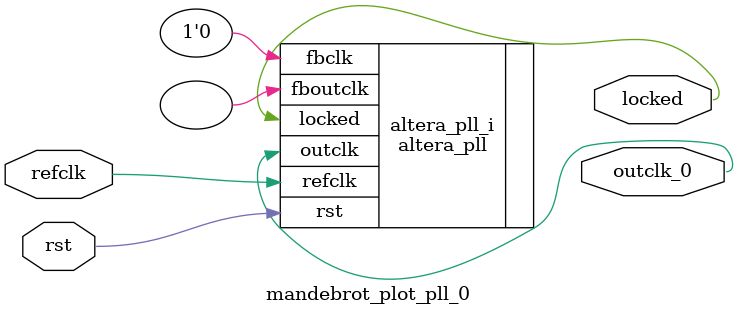
<source format=v>
`timescale 1ns/10ps
module  mandebrot_plot_pll_0(

	// interface 'refclk'
	input wire refclk,

	// interface 'reset'
	input wire rst,

	// interface 'outclk0'
	output wire outclk_0,

	// interface 'locked'
	output wire locked
);

	altera_pll #(
		.fractional_vco_multiplier("false"),
		.reference_clock_frequency("50.0 MHz"),
		.operation_mode("direct"),
		.number_of_clocks(1),
		.output_clock_frequency0("100.000000 MHz"),
		.phase_shift0("0 ps"),
		.duty_cycle0(50),
		.output_clock_frequency1("0 MHz"),
		.phase_shift1("0 ps"),
		.duty_cycle1(50),
		.output_clock_frequency2("0 MHz"),
		.phase_shift2("0 ps"),
		.duty_cycle2(50),
		.output_clock_frequency3("0 MHz"),
		.phase_shift3("0 ps"),
		.duty_cycle3(50),
		.output_clock_frequency4("0 MHz"),
		.phase_shift4("0 ps"),
		.duty_cycle4(50),
		.output_clock_frequency5("0 MHz"),
		.phase_shift5("0 ps"),
		.duty_cycle5(50),
		.output_clock_frequency6("0 MHz"),
		.phase_shift6("0 ps"),
		.duty_cycle6(50),
		.output_clock_frequency7("0 MHz"),
		.phase_shift7("0 ps"),
		.duty_cycle7(50),
		.output_clock_frequency8("0 MHz"),
		.phase_shift8("0 ps"),
		.duty_cycle8(50),
		.output_clock_frequency9("0 MHz"),
		.phase_shift9("0 ps"),
		.duty_cycle9(50),
		.output_clock_frequency10("0 MHz"),
		.phase_shift10("0 ps"),
		.duty_cycle10(50),
		.output_clock_frequency11("0 MHz"),
		.phase_shift11("0 ps"),
		.duty_cycle11(50),
		.output_clock_frequency12("0 MHz"),
		.phase_shift12("0 ps"),
		.duty_cycle12(50),
		.output_clock_frequency13("0 MHz"),
		.phase_shift13("0 ps"),
		.duty_cycle13(50),
		.output_clock_frequency14("0 MHz"),
		.phase_shift14("0 ps"),
		.duty_cycle14(50),
		.output_clock_frequency15("0 MHz"),
		.phase_shift15("0 ps"),
		.duty_cycle15(50),
		.output_clock_frequency16("0 MHz"),
		.phase_shift16("0 ps"),
		.duty_cycle16(50),
		.output_clock_frequency17("0 MHz"),
		.phase_shift17("0 ps"),
		.duty_cycle17(50),
		.pll_type("General"),
		.pll_subtype("General")
	) altera_pll_i (
		.rst	(rst),
		.outclk	({outclk_0}),
		.locked	(locked),
		.fboutclk	( ),
		.fbclk	(1'b0),
		.refclk	(refclk)
	);
endmodule


</source>
